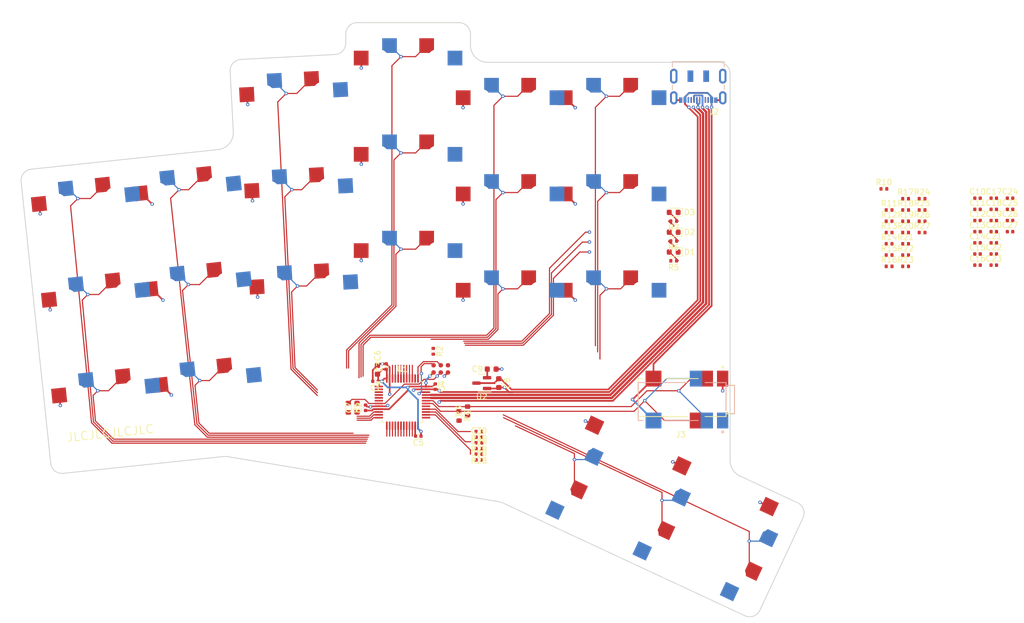
<source format=kicad_pcb>
(kicad_pcb (version 20240108) (generator "pcbnew") (generator_version "8.0")
  (title_block (title "bd0") (rev "v1.0.0") (company "Unknown"))
  (layers (0 "F.Cu" signal) (31 "B.Cu" signal) (34 "B.Paste" user) (35 "F.Paste" user) (36 "B.SilkS" user "B.Silkscreen") (37 "F.SilkS" user "F.Silkscreen") (38 "B.Mask" user) (39 "F.Mask" user) (44 "Edge.Cuts" user))
  (net 0 "")
  (net 1 "/outer_bottom")
  (net 2 "GND")
  (net 3 "/outer_home")
  (net 4 "/outer_top")
  (net 5 "/pinky_bottom")
  (net 6 "/pinky_home")
  (net 7 "/pinky_top")
  (net 8 "/ring_bottom")
  (net 9 "/ring_home")
  (net 10 "/ring_top")
  (net 11 "/middle_bottom")
  (net 12 "/middle_home")
  (net 13 "/middle_top")
  (net 14 "/index_bottom")
  (net 15 "/index_home")
  (net 16 "/index_top")
  (net 17 "/inner_bottom")
  (net 18 "/inner_home")
  (net 19 "/inner_top")
  (net 20 "/near_thumb")
  (net 21 "/home_thumb")
  (net 22 "/far_thumb")
  (net 23 "+3V3")
  (net 24 "+5V")
  (net 25 "/USB_DP")
  (net 26 "/USB_DN")
  (net 27 "/SDA")
  (net 28 "/SCL")
  (net 29 "/SWDIO")
  (net 30 "/RESETn")
  (net 31 "/SWCLK")
  (net 32 "Net-(C10-Pad1)")
  (net 33 "Net-(C11-Pad1)")
  (net 34 "Net-(C12-Pad1)")
  (net 35 "/LED0")
  (net 36 "/LED1")
  (net 37 "/LED2")
  (net 38 "Net-(C13-Pad1)")
  (net 39 "Net-(C14-Pad1)")
  (net 40 "Net-(C15-Pad1)")
  (net 41 "Net-(C16-Pad1)")
  (net 42 "Net-(C17-Pad1)")
  (net 43 "Net-(C18-Pad1)")
  (net 44 "Net-(C19-Pad1)")
  (net 45 "Net-(C20-Pad1)")
  (net 46 "Net-(C21-Pad1)")
  (net 47 "Net-(C22-Pad1)")
  (net 48 "Net-(C23-Pad1)")
  (net 49 "Net-(C24-Pad1)")
  (net 50 "Net-(C25-Pad1)")
  (net 51 "Net-(C26-Pad1)")
  (net 52 "Net-(C27-Pad1)")
  (net 53 "Net-(C28-Pad1)")
  (net 54 "Net-(C29-Pad1)")
  (net 55 "Net-(C30-Pad1)")
  (net 56 "Net-(D1-A)")
  (net 57 "Net-(D2-A)")
  (net 58 "Net-(D3-A)")
  (net 64 "unconnected-(U1-PB13-Pad26)")
  (net 65 "unconnected-(U1-PB6-Pad42)")
  (net 67 "unconnected-(U1-PA7-Pad17)")
  (net 69 "unconnected-(U1-PB10-Pad21)")
  (net 70 "unconnected-(U1-PA6-Pad16)")
  (net 71 "unconnected-(U1-PA1-Pad11)")
  (net 74 "unconnected-(U1-PB15-Pad28)")
  (net 75 "unconnected-(U1-PA4-Pad14)")
  (net 76 "unconnected-(U1-PB14-Pad27)")
  (net 77 "/BOOT")
  (net 79 "unconnected-(U1-PB1-Pad19)")
  (net 81 "unconnected-(U1-PA5-Pad15)")
  (net 82 "unconnected-(U1-PA3-Pad13)")
  (net 83 "unconnected-(U1-PB2-Pad20)")
  (net 84 "unconnected-(U1-PB11-Pad22)")
  (net 86 "unconnected-(U1-PB0-Pad18)")
  (net 87 "unconnected-(U1-PB7-Pad43)")
  (net 88 "unconnected-(U1-PB9-Pad46)")
  (net 89 "unconnected-(U1-PA2-Pad12)")
  (net 90 "unconnected-(U1-PA0-Pad10)")
  (net 92 "unconnected-(U1-PB8-Pad45)")
  (footprint "Connector:Tag-Connect_TC2030-IDC-NL_2x03_P1.27mm_Vertical" (layer "F.Cu") (at 227.77 160.135)
    (property "Reference" "J1")
    (property "Value" "Conn_02x03_Odd_Even")
  )
  (footprint "PG1350" (layer "F.Cu") (at 248 176 -115)
    (property "Reference" "S19" (hide yes))
    (property "Value" "" (hide yes))
  )
  (footprint "Capacitor_SMD:C_0402_1005Metric" (layer "F.Cu") (at 322.47 131.97)
    (property "Reference" "C11")
    (property "Value" "4700p")
  )
  (footprint "PG1350" (layer "F.Cu") (at 169.054911 167.69448 6)
    (property "Reference" "S1" (hide yes))
    (property "Value" "" (hide yes))
  )
  (footprint "Capacitor_SMD:C_0402_1005Metric" (layer "F.Cu") (at 234.5 174.2)
    (property "Reference" "C29")
    (property "Value" "4700p")
  )
  (footprint "PG1350" (layer "F.Cu") (at 183.402337 131.999223 6)
    (property "Reference" "S6" (hide yes))
    (property "Value" "" (hide yes))
  )
  (footprint "Capacitor_SMD:C_0402_1005Metric" (layer "F.Cu") (at 226.8 163.27 -90)
    (property "Reference" "C4")
    (property "Value" "0.1uF")
  )
  (footprint "Resistor_SMD:R_0402_1005Metric" (layer "F.Cu") (at 306.87 136.06)
    (property "Reference" "R13")
    (property "Value" "470")
  )
  (footprint "Capacitor_SMD:C_0402_1005Metric" (layer "F.Cu") (at 234.5 176.2)
    (property "Reference" "C28")
    (property "Value" "4700p")
  )
  (footprint "Capacitor_SMD:C_0402_1005Metric" (layer "F.Cu") (at 328.21 133.94)
    (property "Reference" "C26")
    (property "Value" "4700p")
  )
  (footprint "Resistor_SMD:R_0402_1005Metric" (layer "F.Cu") (at 312.69 134.07)
    (property "Reference" "R26")
    (property "Value" "470")
  )
  (footprint "Capacitor_SMD:C_0402_1005Metric" (layer "F.Cu") (at 322.47 137.88)
    (property "Reference" "C14")
    (property "Value" "4700p")
  )
  (footprint "Capacitor_SMD:C_0402_1005Metric" (layer "F.Cu") (at 325.34 135.91)
    (property "Reference" "C20")
    (property "Value" "4700p")
  )
  (footprint "Capacitor_SMD:C_0402_1005Metric" (layer "F.Cu") (at 214.5 167 90)
    (property "Reference" "C2")
    (property "Value" "0.1uF")
  )
  (footprint "Package_TO_SOT_SMD:SOT-23" (layer "F.Cu") (at 235 162.65 180)
    (property "Reference" "U2")
    (property "Value" "AP2127N-3.3")
  )
  (footprint "PG1350" (layer "F.Cu") (at 202.007611 115.007958 3)
    (property "Reference" "S9" (hide yes))
    (property "Value" "" (hide yes))
  )
  (footprint "PG1350" (layer "F.Cu") (at 240 133)
    (property "Reference" "S14" (hide yes))
    (property "Value" "" (hide yes))
  )
  (footprint "Resistor_SMD:R_0402_1005Metric" (layer "F.Cu") (at 312.69 132.08)
    (property "Reference" "R25")
    (property "Value" "470")
  )
  (footprint "PG1350" (layer "F.Cu") (at 202.897322 131.984661 3)
    (property "Reference" "S8" (hide yes))
    (property "Value" "" (hide yes))
  )
  (footprint "Diode_SMD:D_0603_1608Metric" (layer "F.Cu") (at 268.8625 139.5 180)
    (property "Reference" "D1")
    (property "Value" "LED")
  )
  (footprint "Resistor_SMD:R_0402_1005Metric" (layer "F.Cu") (at 305.95 128.35)
    (property "Reference" "R10")
    (property "Value" "470")
  )
  (footprint "Capacitor_SMD:C_0402_1005Metric" (layer "F.Cu") (at 325.34 139.85)
    (property "Reference" "C22")
    (property "Value" "4700p")
  )
  (footprint "PG1350" (layer "F.Cu") (at 167.277927 150.787608 6)
    (property "Reference" "S2" (hide yes))
    (property "Value" "" (hide yes))
  )
  (footprint "Diode_SMD:D_0603_1608Metric" (layer "F.Cu") (at 268.8625 136 180)
    (property "Reference" "D2")
    (property "Value" "LED")
  )
  (footprint "Resistor_SMD:R_0402_1005Metric" (layer "F.Cu") (at 309.78 130.09)
    (property "Reference" "R17")
    (property "Value" "470")
  )
  (footprint "Capacitor_SMD:C_0402_1005Metric" (layer "F.Cu") (at 322.47 141.82)
    (property "Reference" "C16")
    (property "Value" "4700p")
  )
  (footprint "Capacitor_SMD:C_0402_1005Metric" (layer "F.Cu") (at 218.125 159.725 90)
    (property "Reference" "C3")
    (property "Value" "0.1uF")
  )
  (footprint "PG1350" (layer "F.Cu") (at 263.407232 183.18451 -115)
    (property "Reference" "S20" (hide yes))
    (property "Value" "" (hide yes))
  )
  (footprint "Capacitor_SMD:C_0402_1005Metric" (layer "F.Cu") (at 328.21 131.97)
    (property "Reference" "C25")
    (property "Value" "4700p")
  )
  (footprint "Resistor_SMD:R_0402_1005Metric" (layer "F.Cu") (at 309.78 132.08)
    (property "Reference" "R18")
    (property "Value" "470")
  )
  (footprint "Resistor_SMD:R_0402_1005Metric" (layer "F.Cu") (at 306.87 134.07)
    (property "Reference" "R12")
    (property "Value" "470")
  )
  (footprint "Resistor_SMD:R_0402_1005Metric" (layer "F.Cu") (at 309.78 136.06)
    (property "Reference" "R20")
    (property "Value" "470")
  )
  (footprint "Capacitor_SMD:C_0402_1005Metric" (layer "F.Cu") (at 325.34 130)
    (property "Reference" "C17")
    (property "Value" "4700p")
  )
  (footprint "Conn_CUI_SJ-4351:CUI-SJ-43514-SMT-0" (layer "F.Cu") (at 271.1 165.2 180)
    (property "Reference" "J3")
    (property "Value" "SJ-43514" (hide yes))
  )
  (footprint "Diode_SMD:D_0603_1608Metric" (layer "F.Cu") (at 268.8625 132.5 180)
    (property "Reference" "D3")
    (property "Value" "LED")
  )
  (footprint "Capacitor_SMD:C_0603_1608Metric" (layer "F.Cu") (at 238 162.65 -90)
    (property "Reference" "C8")
    (property "Value" "1uF")
  )
  (footprint "Resistor_SMD:R_0402_1005Metric" (layer "F.Cu") (at 306.87 132.08)
    (property "Reference" "R11")
    (property "Value" "470")
  )
  (footprint "Resistor_SMD:R_0402_1005Metric" (layer "F.Cu") (at 306.87 142.03)
    (property "Reference" "R16")
    (property "Value" "470")
  )
  (footprint "PG1350" (layer "F.Cu") (at 240 150)
    (property "Reference" "S13" (hide yes))
    (property "Value" "" (hide yes))
  )
  (footprint "Capacitor_SMD:C_0402_1005Metric" (layer "F.Cu") (at 322.47 135.91)
    (property "Reference" "C13")
    (property "Value" "4700p")
  )
  (footprint "Capacitor_SMD:C_0402_1005Metric" (layer "F.Cu") (at 216.25 162.325 180)
    (property "Reference" "C1")
    (property "Value" "0.1uF")
  )
  (footprint "Resistor_SMD:R_0402_1005Metric" (layer "F.Cu") (at 268.8625 137.55 180)
    (property "Reference" "R6")
    (property "Value" "470")
  )
  (footprint "Resistor_SMD:R_0402_1005Metric" (layer "F.Cu") (at 226.45 157.025 -90)
    (property "Reference" "R2")
    (property "Value" "1k")
  )
  (footprint "Resistor_SMD:R_0402_1005Metric" (layer "F.Cu") (at 306.87 138.05)
    (property "Reference" "R14")
    (property "Value" "470")
  )
  (footprint "Capacitor_SMD:C_0402_1005Metric" (layer "F.Cu") (at 325.34 133.94)
    (property "Reference" "C19")
    (property "Value" "4700p")
  )
  (footprint "Resistor_SMD:R_0603_1608Metric" (layer "F.Cu") (at 211.45 167 90)
    (property "Reference" "R1")
    (property "Value" "10k")
  )
  (footprint "PG1350" (layer "F.Cu") (at 186.956305 165.812968 6)
    (property "Reference" "S4" (hide yes))
    (property "Value" "" (hide yes))
  )
  (footprint "Capacitor_SMD:C_0402_1005Metric" (layer "F.Cu") (at 325.34 141.82)
    (property "Reference" "C23")
    (property "Value" "4700p")
  )
  (footprint "Resistor_SMD:R_0402_1005Metric" (layer "F.Cu") (at 234.5 175.2 180)
    (property "Reference" "R28")
    (property "Value" "470")
  )
  (footprint "PG1350" (layer "F.Cu") (at 165.500943 133.880736 6)
    (property "Reference" "S3" (hide yes))
    (property "Value" "" (hide yes))
  )
  (footprint "PG1350" (layer "F.Cu") (at 258 150)
    (property "Reference" "S16" (hide yes))
    (property "Value" "" (hide yes))
  )
  (footprint "Resistor_SMD:R_0402_1005Metric" (layer "F.Cu") (at 234.5 173.2 180)
    (property "Reference" "R29")
    (property "Value" "470")
  )
  (footprint "Connector_USB:USB_C_Receptacle_JAE_DX07S016JA1R1500" (layer "F.Cu") (at 273.2 109.6 180)
    (property "Reference" "J2")
    (property "Value" "USB_C_Receptacle_USB2.0")
  )
  (footprint "Capacitor_SMD:C_0402_1005Metric" (layer "F.Cu") (at 325.34 137.88)
    (property "Reference" "C21")
    (property "Value" "4700p")
  )
  (footprint "Capacitor_SMD:C_0402_1005Metric" (layer "F.Cu") (at 328.21 130)
    (property "Reference" "C24")
    (property "Value" "4700p")
  )
  (footprint "Resistor_SMD:R_0402_1005Metric" (layer "F.Cu") (at 309.78 134.07)
    (property "Reference" "R19")
    (property "Value" "470")
  )
  (footprint "PG1350" (layer "F.Cu") (at 278.814465 190.369021 -115)
    (property "Reference" "S21" (hide yes))
    (property "Value" "" (hide yes))
  )
  (footprint "Resistor_SMD:R_0402_1005Metric" (layer "F.Cu") (at 306.87 140.04)
    (property "Reference" "R15")
    (property "Value" "470")
  )
  (footprint "PG1350" (layer "F.Cu") (at 258 116)
    (property "Reference" "S18" (hide yes))
    (property "Value" "" (hide yes))
  )
  (footprint "Resistor_SMD:R_0603_1608Metric" (layer "F.Cu") (at 232.5 167.62 90)
    (property "Reference" "R3")
    (property "Value" "10k")
  )
  (footprint "Resistor_SMD:R_0603_1608Metric" (layer "F.Cu") (at 231 168.45 90)
    (property "Reference" "R4")
    (property "Value" "10k")
  )
  (footprint "PG1350" (layer "F.Cu") (at 203.787033 148.961363 3)
    (property "Reference" "S7" (hide yes))
    (property "Value" "" (hide yes))
  )
  (footprint "Resistor_SMD:R_0402_1005Metric" (layer "F.Cu") (at 268.8625 141.05 180)
    (property "Reference" "R5")
    (property "Value" "470")
  )
  (footprint "PG1350" (layer "F.Cu") (at 240 116)
    (property "Reference" "S15" (hide yes))
    (property "Value" "" (hide yes))
  )
  (footprint "Capacitor_SMD:C_0402_1005Metric" (layer "F.Cu") (at 325.34 131.97)
    (property "Reference" "C18")
    (property "Value" "4700p")
  )
  (footprint "Capacitor_SMD:C_0402_1005Metric" (layer "F.Cu") (at 322.47 139.85)
    (property "Reference" "C15")
    (property "Value" "4700p")
  )
  (footprint "Capacitor_SMD:C_0402_1005Metric" (layer "F.Cu") (at 322.47 133.94)
    (property "Reference" "C12")
    (property "Value" "4700p")
  )
  (footprint "Resistor_SMD:R_0402_1005Metric" (layer "F.Cu") (at 234.5 171.2 180)
    (property "Reference" "R30")
    (property "Value" "470")
  )
  (footprint "Capacitor_SMD:C_0603_1608Metric" (layer "F.Cu") (at 236.75 160.175)
    (property "Reference" "C9")
    (property "Value" "1uF")
  )
  (footprint "Resistor_SMD:R_0402_1005Metric" (layer "F.Cu") (at 309.78 138.05)
    (property "Reference" "R21")
    (property "Value" "470")
  )
  (footprint "Capacitor_SMD:C_0402_1005Metric" (layer "F.Cu") (at 328.21 135.91)
    (property "Reference" "C27")
    (property "Value" "4700p")
  )
  (footprint "PG1350" (layer "F.Cu") (at 222 143)
    (property "Reference" "S10" (hide yes))
    (property "Value" "" (hide yes))
  )
  (footprint "Resistor_SMD:R_0402_1005Metric" (layer "F.Cu") (at 312.69 130.09)
    (property "Reference" "R24")
    (property "Value" "470")
  )
  (footprint "PG1350" (layer "F.Cu") (at 222 109)
    (property "Reference" "S12" (hide yes))
    (property "Value" "" (hide yes))
  )
  (footprint "PG1350" (layer "F.Cu") (at 222 126)
    (property "Reference" "S11" (hide yes))
    (property "Value" "" (hide yes))
  )
  (footprint "Package_QFP:LQFP-48_7x7mm_P0.5mm" (layer "F.Cu") (at 221 166)
    (property "Reference" "U1")
    (property "Value" "STM32L412CBTx")
  )
  (footprint "Capacitor_SMD:C_0603_1608Metric" (layer "F.Cu") (at 213 167 90)
    (property "Reference" "C7")
    (property "Value" "1uF")
  )
  (footprint "Resistor_SMD:R_0402_1005Metric" (layer "F.Cu") (at 309.78 142.03)
    (property "Reference" "R23")
    (property "Value" "470")
  )
  (footprint "Resistor_SMD:R_0402_1005Metric" (layer "F.Cu") (at 268.8625 134.05 180)
    (property "Reference" "R7")
    (property "Value" "470")
  )
  (footprint "PG1350" (layer "F.Cu") (at 185.179321 148.906095 6)
    (property "Reference" "S5" (hide yes))
    (property "Value" "" (hide yes))
  )
  (footprint "Capacitor_SMD:C_0402_1005Metric" (layer "F.Cu") (at 223.8 172 180)
    (property "Reference" "C5")
    (property "Value" "0.1uF")
  )
  (footprint "Resistor_SMD:R_0402_1005Metric" (layer "F.Cu") (at 312.69 136.06)
    (property "Reference" "R27")
    (property "Value" "470")
  )
  (footprint "Capacitor_SMD:C_0603_1608Metric" (layer "F.Cu") (at 216.6 160.3 90)
    (property "Reference" "C6")
    (property "Value" "4.7uF")
  )
  (footprint "PG1350" (layer "F.Cu") (at 258 133)
    (property "Reference" "S17" (hide yes))
    (property "Value" "" (hide yes))
  )
  (footprint "Resistor_SMD:R_0402_1005Metric" (layer "F.Cu") (at 309.78 140.04)
    (property "Reference" "R22")
    (property "Value" "470")
  )
  (footprint "Capacitor_SMD:C_0402_1005Metric" (layer "F.Cu") (at 322.47 130)
    (property "Reference" "C10")
    (property "Value" "4700p")
  )
  (footprint "Capacitor_SMD:C_0402_1005Metric" (layer "F.Cu") (at 234.5 172.2)
    (property "Reference" "C30")
    (property "Value" "4700p")
  )
  (footprint "Connector_USB:USB_C_Receptacle_JAE_DX07S016JA1R1500" (layer "B.Cu") (at 273.2 109.6)
    (property "Reference" "J20" (hide yes))
    (property "Value" "USB_C_Receptacle_USB2.0")
  )
  (footprint "lib:Signature" (layer "B.Cu") (at 213.1 171.9 170.6)
    (property "Reference" "G***" (hide yes))
    (property "Value" "LOGO" (hide yes))
  )
  (footprint "Conn_CUI_SJ-4351:CUI-SJ-43514-SMT-0" (layer "B.Cu") (at 271.1 165.9 180)
    (property "Reference" "J30" (hide yes))
    (property "Value" "SJ-43514" (hide yes))
  )
  (gr_line (start 155.504961 124.876273) (end 188.481156 121.410335) (stroke (width 0.15)) (layer "Edge.Cuts"))
  (gr_line (start 192.496585 105.492687) (end 209.104672 104.622294) (stroke (width 0.15)) (layer "Edge.Cuts"))
  (gr_arc (start 189.397493 175.611472) (mid 189.801129 175.596389) (end 190.203132 175.635665) (stroke (width 0.15)) (layer "Edge.Cuts"))
  (gr_line (start 161.149499 178.580455) (end 189.397493 175.611471) (stroke (width 0.15)) (layer "Edge.Cuts"))
  (gr_line (start 284.073978 202.751973) (end 291.681107 186.438433) (stroke (width 0.15)) (layer "Edge.Cuts"))
  (gr_arc (start 280.54661 179.039576) (mid 279.284291 177.932552) (end 278.814465 176.320653) (stroke (width 0.15)) (layer "Edge.Cuts"))
  (gr_arc (start 153.724974 127.074374) (mid 154.159726 125.606676) (end 155.504961 124.876273) (stroke (width 0.15)) (layer "Edge.Cuts"))
  (gr_arc (start 284.073978 202.751974) (mid 282.945403 203.786122) (end 281.416126 203.719352) (stroke (width 0.15)) (layer "Edge.Cuts"))
  (gr_line (start 213 99) (end 231 99) (stroke (width 0.15)) (layer "Edge.Cuts"))
  (gr_arc (start 161.149499 178.580455) (mid 159.681801 178.145703) (end 158.951398 176.800468) (stroke (width 0.15)) (layer "Edge.Cuts"))
  (gr_arc (start 190.603998 107.594618) (mid 191.114967 106.151685) (end 192.496585 105.492687) (stroke (width 0.15)) (layer "Edge.Cuts"))
  (gr_line (start 278.814465 176.320653) (end 278.814465 108) (stroke (width 0.15)) (layer "Edge.Cuts"))
  (gr_arc (start 231 99) (mid 232.414214 99.585786) (end 233 101) (stroke (width 0.15)) (layer "Edge.Cuts"))
  (gr_line (start 236 106) (end 276.814465 106) (stroke (width 0.15)) (layer "Edge.Cuts"))
  (gr_line (start 280.54661 179.039576) (end 290.713728 183.780581) (stroke (width 0.15)) (layer "Edge.Cuts"))
  (gr_arc (start 236 106) (mid 233.87868 105.12132) (end 233 103) (stroke (width 0.15)) (layer "Edge.Cuts"))
  (gr_arc (start 211 102.625035) (mid 210.450749 104.001744) (end 209.104672 104.622294) (stroke (width 0.15)) (layer "Edge.Cuts"))
  (gr_arc (start 191.163459 118.269761) (mid 190.448788 120.375113) (end 188.481156 121.410335) (stroke (width 0.15)) (layer "Edge.Cuts"))
  (gr_line (start 238.733904 183.816305) (end 281.416126 203.719352) (stroke (width 0.15)) (layer "Edge.Cuts"))
  (gr_line (start 190.203132 175.635665) (end 237.958102 183.575857) (stroke (width 0.15)) (layer "Edge.Cuts"))
  (gr_arc (start 290.713727 183.780581) (mid 291.747876 184.909156) (end 291.681107 186.438433) (stroke (width 0.15)) (layer "Edge.Cuts"))
  (gr_line (start 153.724975 127.074374) (end 158.951398 176.800468) (stroke (width 0.15)) (layer "Edge.Cuts"))
  (gr_arc (start 211 101) (mid 211.585786 99.585786) (end 213 99) (stroke (width 0.15)) (layer "Edge.Cuts"))
  (gr_line (start 190.603998 107.594618) (end 191.163459 118.269761) (stroke (width 0.15)) (layer "Edge.Cuts"))
  (gr_arc (start 276.814465 106) (mid 278.228679 106.585786) (end 278.814465 108) (stroke (width 0.15)) (layer "Edge.Cuts"))
  (gr_line (start 233 103) (end 233 101) (stroke (width 0.15)) (layer "Edge.Cuts"))
  (gr_line (start 211 102.625035) (end 211 101) (stroke (width 0.15)) (layer "Edge.Cuts"))
  (gr_arc (start 237.958102 183.575856) (mid 238.354178 183.669704) (end 238.733904 183.816305) (stroke (width 0.15)) (layer "Edge.Cuts"))
  (gr_text "JLCJLCJLCJLC" (at 169.45 171.5 6) (layer "F.SilkS") (effects (font (size 1.5 1.5))))
  (segment (start 170.04904 172.54904) (end 166.85 169.35) (width 0.2) (layer "F.Cu") (net 1))
  (segment (start 167.25 164) (end 166.425 164.825) (width 0.2) (layer "F.Cu") (net 1))
  (segment (start 214.804744 172.54904) (end 170.04904 172.54904) (width 0.2) (layer "F.Cu") (net 1))
  (segment (start 167.25 164) (end 169.12477 164) (width 0.2) (layer "F.Cu") (net 1))
  (segment (start 169.12477 164) (end 171.690026 161.434744) (width 0.2) (layer "F.Cu") (net 1))
  (segment (start 166.85 169.35) (end 166.425 164.825) (width 0.2) (layer "F.Cu") (net 1))
  (via (at 167.25 164) (size 0.6) (drill 0.3) (layers "F.Cu" "B.Cu") (net 1))
  (segment (start 167.25 164) (end 165.369405 162.119405) (width 0.2) (layer "B.Cu") (net 1))
  (segment (start 165.369405 162.119405) (end 165.175907 162.119405) (width 0.2) (layer "B.Cu") (net 1))
  (segment (start 213.75 122.275) (end 213.725 122.25) (width 0.3) (layer "F.Cu") (net 2))
  (segment (start 275.1 114.4) (end 274.75 114.05) (width 0.3) (layer "F.Cu") (net 2))
  (segment (start 157.1 132.75) (end 156.879293 131.016252) (width 0.3) (layer "F.Cu") (net 2))
  (segment (start 158.85 149.7) (end 158.656277 147.923124) (width 0.3) (layer "F.Cu") (net 2))
  (segment (start 216.8375 166.75) (end 215.475 166.75) (width 0.3) (layer "F.Cu") (net 2))
  (segment (start 218.75 159.87) (end 218.125 159.245) (width 0.3) (layer "F.Cu") (net 2))
  (segment (start 231.7 114) (end 231.7 112.275) (width 0.3) (layer "F.Cu") (net 2))
  (segment (start 273.55 115.26) (end 272.34 114.05) (width 0.3) (layer "F.Cu") (net 2))
  (segment (start 239 163.425) (end 239.8 164.225) (width 0.3) (layer "F.Cu") (net 2))
  (segment (start 273.55 148.171574) (end 273.55 115.26) (width 0.3) (layer "F.Cu") (net 2))
  (segment (start 249.75 146.25) (end 251.5 148) (width 0.3) (layer "F.Cu") (net 2))
  (segment (start 218.125 159.245) (end 217.505 159.245) (width 0.3) (layer "F.Cu") (net 2))
  (segment (start 223.09 163.75) (end 222.95 163.89) (width 0.3) (layer "F.Cu") (net 2))
  (segment (start 239.8 164.225) (end 240.4 164.225) (width 0.3) (layer "F.Cu") (net 2))
  (segment (start 215.475 166.75) (end 215.375 166.85) (width 0.3) (layer "F.Cu") (net 2))
  (segment (start 160.65 166.6) (end 160.433261 164.829996) (width 0.3) (layer "F.Cu") (net 2))
  (segment (start 284.1 183.7) (end 285.710285 184.454143) (width 0.3) (layer "F.Cu") (net 2))
  (segment (start 272.34 114.05) (end 272.34 113.95) (width 0.3) (layer "F.Cu") (net 2))
  (segment (start 213.75 107) (end 213.75 105.275) (width 0.3) (layer "F.Cu") (net 2))
  (segment (start 227.725 165.775) (end 258.138605 165.775) (width 0.3) (layer "F.Cu") (net 2))
  (segment (start 268.0375 134.05) (end 268.0375 134.075) (width 0.3) (layer "F.Cu") (net 2))
  (segment (start 217.505 159.245) (end 217.5 159.25) (width 0.3) (layer "F.Cu") (net 2))
  (segment (start 227.725 164.225) (end 227.5 164) (width 0.3) (layer "F.Cu") (net 2))
  (segment (start 249.725 112.25) (end 249.75 112.25) (width 0.3) (layer "F.Cu") (net 2))
  (segment (start 253.3 169.35) (end 254.89582 170.085122) (width 0.3) (layer "F.Cu") (net 2))
  (segment (start 194.55 130.45) (end 194.437403 128.67288) (width 0.3) (layer "F.Cu") (net 2))
  (segment (start 268.0375 137.55) (end 268.0375 137.625) (width 0.3) (layer "F.Cu") (net 2))
  (segment (start 195.45 147.45) (end 195.327114 145.649582) (width 0.3) (layer "F.Cu") (net 2))
  (segment (start 249.75 129.25) (end 251.5 131) (width 0.3) (layer "F.Cu") (net 2))
  (segment (start 249.75 112.25) (end 251.5 114) (width 0.3) (layer "F.Cu") (net 2))
  (segment (start 240.4 164.225) (end 257.496574 164.225) (width 0.3) (layer "F.Cu") (net 2))
  (segment (start 226.73 163.75) (end 226.8 163.68) (width 0.3) (layer "F.Cu") (net 2))
  (segment (start 223.32 172) (end 223.25 171.93) (width 0.3) (layer "F.Cu") (net 2))
  (segment (start 223.25 171.93) (end 223.25 170.1625) (width 0.3) (layer "F.Cu") (net 2))
  (segment (start 215.375 166.85) (end 214.83 166.85) (width 0.3) (layer "F.Cu") (net 2))
  (segment (start 257.496574 164.225) (end 273.55 148.171574) (width 0.3) (layer "F.Cu") (net 2))
  (segment (start 229.04 160.77) (end 228.405 161.405) (width 0.3) (layer "F.Cu") (net 2))
  (segment (start 268.0375 137.625) (end 268.8625 138.45) (width 0.3) (layer "F.Cu") (net 2))
  (segment (start 218.125 159.245) (end 218.12 159.245) (width 0.3) (layer "F.Cu") (net 2))
  (segment (start 213.75 141) (end 213.75 139.275) (width 0.3) (layer "F.Cu") (net 2))
  (segment (start 178.448484 162.948484) (end 178.334655 162.948484) (width 0.3) (layer "F.Cu") (net 2))
  (segment (start 193.7 113.45) (end 193.547692 111.696177) (width 0.3) (layer "F.Cu") (net 2))
  (segment (start 231.7 146.275) (end 231.725 146.25) (width 0.3) (layer "F.Cu") (net 2))
  (segment (start 276.3 112.69) (end 277.105 112.69) (width 0.3) (layer "F.Cu") (net 2))
  (segment (start 178.75 148) (end 176.791611 146.041611) (width 0.3) (layer "F.Cu") (net 2))
  (segment (start 225.1625 163.75) (end 223.09 163.75) (width 0.3) (layer "F.Cu") (net 2))
  (segment (start 249.725 146.25) (end 249.75 146.25) (width 0.3) (layer "F.Cu") (net 2))
  (segment (start 229.033 160.793) (end 229.02 160.78) (width 0.3) (layer "F.Cu") (net 2))
  (segment (start 218.75 161.8375) (end 218.75 159.87) (width 0.3) (layer "F.Cu") (net 2))
  (segment (start 218.25 166.75) (end 218.4 166.6) (width 0.3) (layer "F.Cu") (net 2))
  (segment (start 240.4 164.225) (end 227.725 164.225) (width 0.3) (layer "F.Cu") (net 2))
  (segment (start 214.83 166.85) (end 214.5 166.52) (width 0.3) (layer "F.Cu") (net 2))
  (segment (start 237.825 163.6) (end 238 163.425) (width 0.3) (layer "F.Cu") (net 2))
  (segment (start 174.934739 129.134739) (end 174.780687 129.134739) (width 0.3) (layer "F.Cu") (net 2))
  (segment (start 237.525 160.175) (end 238.525 160.175) (width 0.3) (layer "F.Cu") (net 2))
  (segment (start 213.75 124) (end 213.75 122.275) (width 0.3) (layer "F.Cu") (net 2))
  (segment (start 218.75 161.8375) (end 218.75 164.6) (width 0.3) (layer "F.Cu") (net 2))
  (segment (start 176.791611 146.041611) (end 176.557671 146.041611) (width 0.3) (layer "F.Cu") (net 2))
  (segment (start 215.77 160.355) (end 216.6 159.525) (width 0.3) (layer "F.Cu") (net 2))
  (segment (start 268.0375 134.075) (end 268.8625 134.9) (width 0.3) (layer "F.Cu") (net 2))
  (segment (start 231.7 148) (end 231.7 146.275) (width 0.3) (layer "F.Cu") (net 2))
  (segment (start 216.6 159.525) (end 216.875 159.25) (width 0.3) (layer "F.Cu") (net 2))
  (segment (start 268.7 176.55) (end 270.303052 177.269632) (width 0.3) (layer "F.Cu") (net 2))
  (segment (start 180.25 164.75) (end 178.448484 162.948484) (width 0.3) (layer "F.Cu") (net 2))
  (segment (start 275.1 148.813604) (end 275.1 114.4) (width 0.3) (layer "F.Cu") (net 2))
  (segment (start 270.1 112.69) (end 269.295 112.69) (width 0.3) (layer "F.Cu") (net 2))
  (segment (start 249.725 129.25) (end 249.75 129.25) (width 0.3) (layer "F.Cu") (net 2))
  (segment (start 239 163.425) (end 238 163.425) (width 0.3) (layer "F.Cu") (net 2))
  (segment (start 231.7 112.275) (end 231.725 112.25) (width 0.3) (layer "F.Cu") (net 2))
  (segment (start 269.295 112.69) (end 268.88 112.275) (width 0.3) (layer "F.Cu") (net 2))
  (segment (start 213.75 139.275) (end 213.725 139.25) (width 0.3) (layer "F.Cu") (net 2))
  (segment (start 274.75 114.05) (end 274.75 113.95) (width 0.3) (layer "F.Cu") (net 2))
  (segment (start 226.8 163.75) (end 227.25 163.75) (width 0.3) (layer "F.Cu") (net 2))
  (segment (start 277.105 112.69) (end 277.52 112.275) (width 0.3) (layer "F.Cu") (net 2))
  (segment (start 227.5 166) (end 227.725 165.775) (width 0.3) (layer "F.Cu") (net 2))
  (segment (start 231.7 131) (end 231.7 129.275) (width 0.3) (layer "F.Cu") (net 2))
  (segment (start 227.25 163.75) (end 227.5 164) (width 0.3) (layer "F.Cu") (net 2))
  (segment (start 176.85 131.05) (end 174.934739 129.134739) (width 0.3) (layer "F.Cu") (net 2))
  (segment (start 216.875 159.25) (end 217.5 159.25) (width 0.3) (layer "F.Cu") (net 2))
  (segment (start 235.9375 163.6) (end 237.825 163.6) (width 0.3) (layer "F.Cu") (net 2))
  (segment (start 277.5 161.850001) (end 277.5 164) (width 0.3) (layer "F.Cu") (net 2))
  (segment (start 213.75 105.275) (end 213.725 105.25) (width 0.3) (layer "F.Cu") (net 2))
  (segment (start 258.138605 165.775) (end 275.1 148.813604) (width 0.3) (layer "F.Cu") (net 2))
  (segment (start 215.77 162.325) (end 215.77 160.355) (width 0.3) (layer "F.Cu") (net 2))
  (segment (start 231.7 129.275) (end 231.725 129.25) (width 0.3) (layer "F.Cu") (net 2))
  (segment (start 216.8375 166.75) (end 218.25 166.75) (width 0.3) (layer "F.Cu") (net 2))
  (segment (start 225.1625 163.75) (end 226.8 163.75) (width 0.3) (layer "F.Cu") (net 2))
  (via (at 178.75 148) (size 0.6) (drill 0.3) (layers "F.Cu" "B.Cu") (net 2))
  (via (at 213.75 124) (size 0.6) (drill 0.3) (layers "F.Cu" "B.Cu") (net 2))
  (via (at 194.55 130.45) (size 0.6) (drill 0.3) (layers "F.Cu" "B.Cu") (net 2))
  (via (at 227.5 164) (size 0.6) (drill 0.3) (layers "F.Cu" "B.Cu") (net 2))
  (via (at 274.75 113.95) (size 0.6) (drill 0.3) (layers "F.Cu" "B.Cu") (net 2))
  (via (at 251.5 114) (size 0.6) (drill 0.3) (layers "F.Cu" "B.Cu") (net 2))
  (via (at 158.85 149.7) (size 0.6) (drill 0.3) (layers "F.Cu" "B.Cu") (net 2))
  (via (at 238.525 160.175) (size 0.6) (drill 0.3) (layers "F.Cu" "B.Cu") (net 2))
  (via (at 277.5 164) (size 0.6) (drill 0.3) (layers "F.Cu" "B.Cu") (net 2))
  (via (at 217.45 159.25) (size 0.6) (drill 0.3) (layers "F.Cu" "B.Cu") (net 2))
  (via (at 284.1 183.7) (size 0.6) (drill 0.3) (layers "F.Cu" "B.Cu") (net 2))
  (via (at 160.65 166.6) (size 0.6) (drill 0.3) (layers "F.Cu" "B.Cu") (net 2))
  (via (at 272.34 113.95) (size 0.6) (drill 0.3) (layers "F.Cu" "B.Cu") (net 2))
  (via (at 231.7 114) (size 0.6) (drill 0.3) (layers "F.Cu" "B.Cu") (net 2))
  (via (at 227.5 166) (size 0.6) (drill 0.3) (layers "F.Cu" "B.Cu") (net 2))
  (via (at 193.7 113.45) (size 0.6) (drill 0.3) (layers "F.Cu" "B.Cu") (net 2))
  (via (at 228.405 161.405) (size 0.6) (drill 0.3) (layers "F.Cu" "B.Cu") (net 2))
  (via (at 268.7 176.55) (size 0.6) (drill 0.3) (layers "F.Cu" "B.Cu") (net 2))
  (via (at 213.75 141) (size 0.6) (drill 0.3) (layers "F.Cu" "B.Cu") (net 2))
  (via (at 218.4 166.6) (size 0.6) (drill 0.3) (layers "F.Cu" "B.Cu") (net 2))
  (via (at 251.5 131) (size 0.6) (drill 0.3) (layers "F.Cu" "B.Cu") (net 2))
  (via (at 176.85 131.05) (size 0.6) (drill 0.3) (layers "F.Cu" "B.Cu") (net 2))
  (via (at 253.3 169.35) (size 0.6) (drill 0.3) (layers "F.Cu" "B.Cu") (net 2))
  (via (at 180.25 164.75) (size 0.6) (drill 0.3) (layers "F.Cu" "B.Cu") (net 2))
  (via (at 239 163.425) (size 0.6) (drill 0.3) (layers "F.Cu" "B.Cu") (net 2))
  (via (at 231.7 148) (size 0.6) (drill 0.3) (layers "F.Cu" "B.Cu") (net 2))
  (via (at 251.5 148) (size 0.6) (drill 0.3) (layers "F.Cu" "B.Cu") (net 2))
  (via (at 215.375 166.85) (size 0.6) (drill 0.3) (layers "F.Cu" "B.Cu") (net 2))
  (via (at 213.75 107) (size 0.6) (drill 0.3) (layers "F.Cu" "B.Cu") (net 2))
  (via (at 218.75 164.6) (size 0.6) (drill 0.3) (layers "F.Cu" "B.Cu") (net 2))
  (via (at 231.7 131) (size 0.6) (drill 0.3) (layers "F.Cu" "B.Cu") (net 2))
  (via (at 157.1 132.75) (size 0.6) (drill 0.3) (layers "F.Cu" "B.Cu") (net 2))
  (via (at 195.45 147.45) (size 0.6) (drill 0.3) (layers "F.Cu" "B.Cu") (net 2))
  (via (at 222.95 163.89) (size 0.6) (drill 0.3) (layers "F.Cu" "B.Cu") (net 2))
  (segment (start 165.5 147) (end 164.52027 147.97973) (width 0.2) (layer "F.Cu") (net 3))
  (segment (start 164.52027 147.97973) (end 164.52027 148.02027) (width 0.2) (layer "F.Cu") (net 3))
  (segment (start 169.9 172.9) (end 169.4 172.4) (width 0.2) (layer "F.Cu") (net 3))
  (segment (start 214.661408 172.9) (end 169.9 172.9) (width 0.2) (layer "F.Cu") (net 3))
  (segment (start 167.440914 147) (end 169.913042 144.527872) (width 0.2) (layer "F.Cu") (net 3))
  (segment (start 169.4 172.4) (end 169.394296 172.4) (width 0.2) (layer "F.Cu") (net 3))
  (segment (start 165.5 147) (end 167.440914 147) (width 0.2) (layer "F.Cu") (net 3))
  (segment (start 166.497148 169.502852) (end 164.52027 148.02027) (width 0.2) (layer "F.Cu") (net 3))
  (segment (start 169.394296 172.4) (end 166.497148 169.502852) (width 0.2) (layer "F.Cu") (net 3))
  (via (at 165.5 147) (size 0.6) (drill 0.3) (layers "F.Cu" "B.Cu") (net 3))
  (segment (start 163.712533 145.212533) (end 163.398923 145.212533) (width 0.2) (layer "B.Cu") (net 3))
  (segment (start 165.5 147) (end 163.712533 145.212533) (width 0.2) (layer "B.Cu") (net 3))
  (segment (start 166.15 169.65) (end 162.45 131.35) (width 0.2) (layer "F.Cu") (net 4))
  (segment (start 169.95 173.25) (end 169.75 173.25) (width 0.2) (layer "F.Cu") (net 4))
  (segment (start 163.75 130.05) (end 162.45 131.35) (width 0.2) (layer "F.Cu") (net 4))
  (segment (start 214.516632 173.24952) (end 169.95048 173.24952) (width 0.2) (layer "F.Cu") (net 4))
  (segment (start 165.95 130.05) (end 168.136058 127.863942) (width 0.2) (layer "F.Cu") (net 4))
  (segment (start 168.136058 127.863942) (end 168.136058 127.621) (width 0.2) (layer "F.Cu") (net 4))
  (segment (start 169.75 173.25) (end 166.15 169.65) (width 0.2) (layer "F.Cu") (net 4))
  (segment (start 169.95048 173.24952) (end 169.95 173.25) (width 0.2) (layer "F.Cu") (net 4))
  (segment (start 163.75 130.05) (end 165.95 130.05) (width 0.2) (layer "F.Cu") (net 4))
  (via (at 163.75 130.05) (size 0.6) (drill 0.3) (layers "F.Cu" "B.Cu") (net 4))
  (segment (start 163.75 130.05) (end 162.005661 128.305661) (width 0.2) (layer "B.Cu") (net 4))
  (segment (start 162.005661 128.305661) (end 161.621939 128.305661) (width 0.2) (layer "B.Cu") (net 4))
  (segment (start 184.4 163.05) (end 185.25 162.2) (width 0.2) (layer "F.Cu") (net 5))
  (segment (start 186.90048 171.50048) (end 185.1 169.7) (width 0.2) (layer "F.Cu") (net 5))
  (segment (start 185.1 169.7) (end 184.4 163.05) (width 0.2) (layer "F.Cu") (net 5))
  (segment (start 185.25 162.2) (end 186.944652 162.2) (width 0.2) (layer "F.Cu") (net 5))
  (segment (start 186.944652 162.2) (end 189.59142 159.553232) (width 0.2) (layer "F.Cu") (net 5))
  (segment (start 212.3 171.50048) (end 186.90048 171.50048) (width 0.2) (layer "F.Cu") (net 5))
  (via (at 185.25 162.2) (size 0.6) (drill 0.3) (layers "F.Cu" "B.Cu") (net 5))
  (segment (start 183.287893 160.237893) (end 183.077301 160.237893) (width 0.2) (layer "B.Cu") (net 5))
  (segment (start 185.25 162.2) (end 183.287893 160.237893) (width 0.2) (layer "B.Cu") (net 5))
  (segment (start 185.210795 145.25) (end 187.814436 142.646359) (width 0.2) (layer "F.Cu") (net 6))
  (segment (start 184.755704 169.875) (end 184.75 169.875) (width 0.2) (layer "F.Cu") (net 6))
  (segment (start 182.2 146.3) (end 183.25 145.25) (width 0.2) (layer "F.Cu") (net 6))
  (segment (start 184.75 169.875) (end 182.2 146.3) (width 0.2) (layer "F.Cu") (net 6))
  (segment (start 186.730704 171.85) (end 184.755704 169.875) (width 0.2) (layer "F.Cu") (net 6))
  (segment (start 215.1 171.85) (end 186.730704 171.85) (width 0.2) (layer "F.Cu") (net 6))
  (segment (start 183.25 145.25) (end 185.210795 145.25) (width 0.2) (layer "F.Cu") (net 6))
  (via (at 183.25 145.25) (size 0.6) (drill 0.3) (layers "F.Cu" "B.Cu") (net 6))
  (segment (start 183.25 145.25) (end 181.33102 143.33102) (width 0.2) (layer "B.Cu") (net 6))
  (segment (start 181.33102 143.33102) (end 181.300317 143.33102) (width 0.2) (layer "B.Cu") (net 6))
  (segment (start 186.57452 172.19952) (end 184.375 170) (width 0.2) (layer "F.Cu") (net 7))
  (segment (start 181.6 128.5) (end 183.276939 128.5) (width 0.2) (layer "F.Cu") (net 7))
  (segment (start 181.6 128.5) (end 180.1 130) (width 0.2) (layer "F.Cu") (net 7))
  (segment (start 214.94952 172.19952) (end 186.57452 172.19952) (width 0.2) (layer "F.Cu") (net 7))
  (segment (start 184.375 170) (end 180.1 130) (width 0.2) (layer "F.Cu") (net 7))
  (segment (start 183.276939 128.5) (end 186.037452 125.739487) (width 0.2) (layer "F.Cu") (net 7))
  (via (at 181.6 128.5) (size 0.6) (drill 0.3) (layers "F.Cu" "B.Cu") (net 7))
  (segment (start 181.6 128.5) (end 181.599185 128.5) (width 0.2) (layer "B.Cu") (net 7))
  (segment (start 181.599185 128.5) (end 179.523333 126.424148) (width 0.2) (layer "B.Cu") (net 7))
  (segment (start 206 163.85) (end 202.05 159.9) (width 0.2) (layer "F.Cu") (net 8))
  (segment (start 202.5 145.5) (end 201.454688 146.545312) (width 0.2) (layer "F.Cu") (net 8))
  (segment (start 202.5 145.5) (end 204.094263 145.5) (width 0.2) (layer "F.Cu") (net 8))
  (segment (start 202.05 159.9) (end 201.45 146.55) (width 0.2) (layer "F.Cu") (net 8))
  (segment (start 204.094263 145.5) (end 206.746146 142.848117) (width 0.2) (layer "F.Cu") (net 8))
  (via (at 202.5 145.5) (size 0.6) (drill 0.3) (layers "F.Cu" "B.Cu") (net 8))
  (segment (start 200.205122 143.205122) (end 200.205122 143.190918) (width 0.2) (layer "B.Cu") (net 8))
  (segment (start 202.5 145.5) (end 200.205122 143.205122) (width 0.2) (layer "B.Cu") (net 8))
  (segment (start 201.5 128.5) (end 203.22785 128.5) (width 0.2) (layer "F.Cu") (net 9))
  (segment (start 206 164.35) (end 201.702852 160.052852) (width 0.2) (layer "F.Cu") (net 9))
  (segment (start 200.25 129.75) (end 201.5 128.5) (width 0.2) (layer "F.Cu") (net 9))
  (segment (start 203.22785 128.5) (end 205.856435 125.871415) (width 0.2) (layer "F.Cu") (net 9))
  (segment (start 201.7 160.052852) (end 200.25 129.75) (width 0.2) (layer "F.Cu") (net 9))
  (via (at 201.5 128.5) (size 0.6) (drill 0.3) (layers "F.Cu" "B.Cu") (net 9))
  (segment (start 201.5 128.5) (end 199.315411 126.315411) (width 0.2) (layer "B.Cu") (net 9))
  (segment (start 199.315411 126.315411) (end 199.315411 126.214216) (width 0.2) (layer "B.Cu") (net 9))
  (segment (start 206 164.85) (end 201.35 160.2) (width 0.2) (layer "F.Cu") (net 10))
  (segment (start 200.5 111.5) (end 202.361436 111.5) (width 0.2) (layer "F.Cu") (net 10))
  (segment (start 202.361436 111.5) (end 204.966724 108.894712) (width 0.2) (layer "F.Cu") (net 10))
  (segment (start 199 113) (end 200.5 111.5) (width 0.2) (layer "F.Cu") (net 10))
  (segment (start 201.35 160.2) (end 199 113) (width 0.2) (layer "F.Cu") (net 10))
  (via (at 200.5 111.5) (size 0.6) (drill 0.3) (layers "F.Cu" "B.Cu") (net 10))
  (segment (start 200.5 111.5) (end 198.4257 109.4257) (width 0.2) (layer "B.Cu") (net 10))
  (segment (start 198.4257 109.4257) (end 198.4257 109.237513) (width 0.2) (layer "B.Cu") (net 10))
  (segment (start 220.75 139) (end 223.325 139) (width 0.2) (layer "F.Cu") (net 11))
  (segment (start 220.75 139) (end 219.85 139.9) (width 0.2) (layer "F.Cu") (net 11))
  (segment (start 219.85 139.9) (end 219.85 149.1) (width 0.2) (layer "F.Cu") (net 11))
  (segment (start 223.325 139) (end 225.275 137.05) (width 0.2) (layer "F.Cu") (net 11))
  (segment (start 213.35 155.6) (end 213.35 161.70673) (width 0.2) (layer "F.Cu") (net 11))
  (segment (start 219.85 149.1) (end 213.35 155.6) (width 0.2) (layer "F.Cu") (net 11))
  (via (at 220.75 139) (size 0.6) (drill 0.3) (layers "F.Cu" "B.Cu") (net 11))
  (segment (start 220.75 139) (end 218.8 137.05) (width 0.2) (layer "B.Cu") (net 11))
  (segment (start 218.8 137.05) (end 218.725 137.05) (width 0.2) (layer "B.Cu") (net 11))
  (segment (start 211.5 156.95) (end 211.5 160) (width 0.2) (layer "F.Cu") (net 12))
  (segment (start 219.50048 148.94952) (end 211.5 156.95) (width 0.2) (layer "F.Cu") (net 12))
  (segment (start 220.75 122) (end 219.50048 123.24952) (width 0.2) (layer "F.Cu") (net 12))
  (segment (start 219.50048 123.24952) (end 219.50048 148.94952) (width 0.2) (layer "F.Cu") (net 12))
  (segment (start 223.325 122) (end 225.275 120.05) (width 0.2) (layer "F.Cu") (net 12))
  (segment (start 220.75 122) (end 223.325 122) (width 0.2) (layer "F.Cu") (net 12))
  (via (at 220.75 122) (size 0.6) (drill 0.3) (layers "F.Cu" "B.Cu") (net 12))
  (segment (start 218.8 120.05) (end 218.725 120.05) (width 0.2) (layer "B.Cu") (net 12))
  (segment (start 220.75 122) (end 218.8 120.05) (width 0.2) (layer "B.Cu") (net 12))
  (segment (start 223.325 105) (end 225.275 103.05) (width 0.2) (layer "F.Cu") (net 13))
  (segment (start 219.15096 148.79904) (end 219.15096 106.59904) (width 0.2) (layer "F.Cu") (net 13))
  (segment (start 220.75 105) (end 223.325 105) (width 0.2) (layer "F.Cu") (net 13))
  (segment (start 211.15 156.8) (end 219.15096 148.79904) (width 0.2) (layer "F.Cu") (net 13))
  (segment (start 219.15096 106.59904) (end 220.75 105) (width 0.2) (layer "F.Cu") (net 13))
  (segment (start 211.15 160) (end 211.15 156.8) (width 0.2) (layer "F.Cu") (net 13))
  (via (at 220.75 105) (size 0.6) (drill 0.3) (layers "F.Cu" "B.Cu") (net 13))
  (segment (start 220.75 105) (end 218.8 103.05) (width 0.2) (layer "B.Cu") (net 13))
  (segment (start 218.8 103.05) (end 218.725 103.05) (width 0.2) (layer "B.Cu") (net 13))
  (segment (start 237.85 153.2) (end 236.150479 154.89952) (width 0.2) (layer "F.Cu") (net 14))
  (segment (start 241.325 146) (end 243.275 144.05) (width 0.2) (layer "F.Cu") (net 14))
  (segment (start 238.75 146) (end 241.325 146) (width 0.2) (layer "F.Cu") (net 14))
  (segment (start 236.150479 154.89952) (end 226.05048 154.89952) (width 0.2) (layer "F.Cu") (net 14))
  (segment (start 237.85 146.9) (end 237.85 153.2) (width 0.2) (layer "F.Cu") (net 14))
  (segment (start 238.75 146) (end 237.85 146.9) (width 0.2) (layer "F.Cu") (net 14))
  (via (at 238.75 146) (size 0.6) (drill 0.3) (layers "F.Cu" "B.Cu") (net 14))
  (segment (start 236.8 144.05) (end 236.725 144.05) (width 0.2) (layer "B.Cu") (net 14))
  (segment (start 238.75 146) (end 236.8 144.05) (width 0.2) (layer "B.Cu") (net 14))
  (segment (start 236.005704 154.55) (end 215.45 154.55) (width 0.2) (layer "F.Cu") (net 15))
  (segment (start 241.325 129) (end 243.275 127.05) (width 0.2) (layer "F.Cu") (net 15))
  (segment (start 214.056179 155.943821) (end 214.056179 161.424317) (width 0.2) (layer "F.Cu") (net 15))
  (segment (start 237.5 130.25) (end 237.5 153.055704) (width 0.2) (layer "F.Cu") (net 15))
  (segment (start 215.45 154.55) (end 214.056179 155.943821) (width 0.2) (layer "F.Cu") (net 15))
  (segment (start 237.5 153.055704) (end 236.005704 154.55) (width 0.2) (layer "F.Cu") (net 15))
  (segment (start 238.75 129) (end 241.325 129) (width 0.2) (layer "F.Cu") (net 15))
  (segment (start 238.75 129) (end 237.5 130.25) (width 0.2) (layer "F.Cu") (net 15))
  (via (at 238.75 129) (size 0.6) (drill 0.3) (layers "F.Cu" "B.Cu") (net 15))
  (segment (start 238.675 129) (end 236.725 127.05) (width 0.2) (layer "B.Cu") (net 15))
  (segment (start 238.75 129) (end 238.675 129) (width 0.2) (layer "B.Cu") (net 15))
  (segment (start 238.75 112) (end 237.15 113.6) (width 0.2) (layer "F.Cu") (net 16))
  (segment (start 241.325 112) (end 243.275 110.05) (width 0.2) (layer "F.Cu") (net 16))
  (segment (start 235.861408 154.2) (end 215.3 154.2) (width 0.2) (layer "F.Cu") (net 16))
  (segment (start 237.15 152.911408) (end 235.861408 154.2) (width 0.2) (layer "F.Cu") (net 16))
  (segment (start 215.3 154.2) (end 213.7 155.8) (width 0.2) (layer "F.Cu") (net 16))
  (segment (start 237.15 113.6) (end 237.15 152.911408) (width 0.2) (layer "F.Cu") (net 16))
  (segment (start 238.75 112) (end 241.325 112) (width 0.2) (layer "F.Cu") (net 16))
  (segment (start 213.7 155.8) (end 213.7 161.562434) (width 0.2) (layer "F.Cu") (net 16))
  (via (at 238.75 112) (size 0.6) (drill 0.3) (layers "F.Cu" "B.Cu") (net 16))
  (segment (start 238.675 112) (end 236.725 110.05) (width 0.2) (layer "B.Cu") (net 16))
  (segment (start 238.75 112) (end 238.675 112) (width 0.2) (layer "B.Cu") (net 16))
  (segment (start 261.275 144.225) (end 261.275 144.05) (width 0.2) (layer "F.Cu") (net 17))
  (segment (start 259.5 146) (end 261.275 144.225) (width 0.2) (layer "F.Cu") (net 17))
  (segment (start 255.852979 147.147021) (end 257 146) (width 0.2) (layer "F.Cu") (net 17))
  (segment (start 257 146) (end 259.5 146) (width 0.2) (layer "F.Cu") (net 17))
  (segment (start 255.852979 158.397021) (end 255.852979 147.147021) (width 0.2) (layer "F.Cu") (net 17))
  (via (at 257 146) (size 0.6) (drill 0.3) (layers "F.Cu" "B.Cu") (net 17))
  (segment (start 257 146) (end 255.05 144.05) (width 0.2) (layer "B.Cu") (net 17))
  (segment (start 255.05 144.05) (end 254.725 144.05) (width 0.2) (layer "B.Cu") (net 17))
  (segment (start 257 129) (end 259.325 129) (width 0.2) (layer "F.Cu") (net 18))
  (segment (start 255.45 130.55) (end 255.45 157.15) (width 0.2) (layer "F.Cu") (net 18))
  (segment (start 257 129) (end 255.45 130.55) (width 0.2) (layer "F.Cu") (net 18))
  (segment (start 259.325 129) (end 261.275 127.05) (width 0.2) (layer "F.Cu") (net 18))
  (via (at 257 129) (size 0.6) (drill 0.3) (layers "F.Cu" "B.Cu") (net 18))
  (segment (start 257 129) (end 255.05 127.05) (width 0.2) (layer "B.Cu") (net 18))
  (segment (start 255.05 127.05) (end 254.725 127.05) (width 0.2) (layer "B.Cu") (net 18))
  (segment (start 259.325 112) (end 261.275 110.05) (width 0.2) (layer "F.Cu") (net 19))
  (segment (start 257 112) (end 259.325 112) (width 0.2) (layer "F.Cu") (net 19))
  (segment (start 255.05 156.05) (end 255.05 113.95) (width 0.2) (layer "F.Cu") (net 19))
  (segment (start 255.05 113.95) (end 257 112) (width 0.2) (layer "F.Cu") (net 19))
  (via (at 257 112) (size 0.6) (drill 0.3) (layers "F.Cu" "B.Cu") (net 19))
  (segment (start 257 112) (end 255.05 110.05) (width 0.2) (layer "B.Cu") (net 19))
  (segment (start 255.05 110.05) (end 254.725 110.05) (width 0.2) (layer "B.Cu") (net 19))
  (segment (start 251.35 175.1) (end 240.95 170.2) (width 0.2) (layer "F.Cu") (net 20))
  (segment (start 251.35 176.15) (end 251.35 180.82428) (width 0.2) (layer "F.Cu") (net 20))
  (segment (start 251.35 176.15) (end 251.35 175.1) (width 0.2) (layer "F.Cu") (net 20))
  (segment (start 251.35 180.82428) (end 252.008457 181.482737) (width 0.2) (layer "F.Cu") (net 20))
  (via (at 251.35 176.15) (size 0.6) (drill 0.3) (layers "F.Cu" "B.Cu") (net 20))
  (segment (start 254.173027 176.15) (end 254.776606 175.546421) (width 0.2) (layer "B.Cu") (net 20))
  (segment (start 251.35 176.15) (end 254.173027 176.15) (width 0.2) (layer "B.Cu") (net 20))
  (segment (start 266.8 188.051558) (end 267.415689 188.667247) (width 0.2) (layer "F.Cu") (net 21))
  (segment (start 266.8 183.35) (end 266.8 188.051558) (width 0.2) (layer "F.Cu") (net 21))
  (segment (start 266.8 183.35) (end 266.8 181.95) (width 0.2) (layer "F.Cu") (net 21))
  (segment (start 266.8 181.95) (end 238.85 168.75) (width 0.2) (layer "F.Cu") (net 21))
  (via (at 266.8 183.35) (size 0.6) (drill 0.3) (layers "F.Cu" "B.Cu") (net 21))
  (segment (start 266.8 183.35) (end 269.564769 183.35) (width 0.2) (layer "B.Cu") (net 21))
  (segment (start 269.564769 183.35) (end 270.183838 182.730931) (width 0.2) (layer "B.Cu") (net 21))
  (segment (start 282.2 188.85) (end 238.8 168.25) (width 0.2) (layer "F.Cu") (net 22))
  (segment (start 282.2 190.55) (end 282.2 195.228836) (width 0.2) (layer "F.Cu") (net 22))
  (segment (start 282.2 195.228836) (end 282.822922 195.851758) (width 0.2) (layer "F.Cu") (net 22))
  (segment (start 282.2 190.55) (end 282.2 188.85) (width 0.2) (layer "F.Cu") (net 22))
  (via (at 282.2 190.55) (size 0.6) (drill 0.3) (layers "F.Cu" "B.Cu") (net 22))
  (segment (start 284.956513 190.55) (end 285.591071 189.915442) (width 0.2) (layer "B.Cu") (net 22))
  (segment (start 282.2 190.55) (end 284.956513 190.55) (width 0.2) (layer "B.Cu") (net 22))
  (segment (start 224.28 171.2) (end 223.75 170.67) (width 0.3) (layer "F.Cu") (net 23))
  (segment (start 218.125 160.205) (end 218.25 160.33) (width 0.3) (layer "F.Cu") (net 23))
  (segment (start 218.25 160.33) (end 218.25 161.8375) (width 0.3) (layer "F.Cu") (net 23))
  (segment (start 214.503 167.483) (end 215.637198 167.483) (width 0.3) (layer "F.Cu") (net 23))
  (segment (start 226.8 162.79) (end 226.34 163.25) (width 0.3) (layer "F.Cu") (net 23))
  (segment (start 226.5 160.77) (end 226.5 160.775) (width 0.3) (layer "F.Cu") (net 23))
  (segment (start 225.1625 163.25) (end 222.11 163.25) (width 0.3) (layer "F.Cu") (net 23))
  (segment (start 215.870198 167.25) (end 216.8375 167.25) (width 0.3) (layer "F.Cu") (net 23))
  (segment (start 214.5 167.48) (end 214.503 167.483) (width 0.3) (layer "F.Cu") (net 23))
  (segment (start 235.975 160.175) (end 235.975 161.6625) (width 0.3) (layer "F.Cu") (net 23))
  (segment (start 225.16 162.61) (end 225.16 163.2475) (width 0.3) (layer "F.Cu") (net 23))
  (segment (start 221.95 163.945198) (end 218.645198 167.25) (width 0.3) (layer "F.Cu") (net 23))
  (segment (start 217.35 162.325) (end 217.8375 161.8375) (width 0.3) (layer "F.Cu") (net 23))
  (segment (start 215.637198 167.483) (end 215.870198 167.25) (width 0.3) (layer "F.Cu") (net 23))
  (segment (start 221.95 163.41) (end 221.95 163.945198) (width 0.3) (layer "F.Cu") (net 23))
  (segment (start 222.11 163.25) (end 221.95 163.41) (width 0.3) (layer "F.Cu") (net 23))
  (segment (start 217.47 160.205) (end 218.125 160.205) (width 0.3) (layer "F.Cu") (net 23))
  (segment (start 235.975 161.6625) (end 235.9375 161.7) (width 0.3) (layer "F.Cu") (net 23))
  (segment (start 216.8375 162.4325) (end 216.73 162.325) (width 0.3) (layer "F.Cu") (net 23))
  (segment (start 216.73 162.325) (end 216.73 161.205) (width 0.3) (layer "F.Cu") (net 23))
  (segment (start 217.35 162.325) (end 216.73 162.325) (width 0.3) (layer "F.Cu") (net 23))
  (segment (start 216.73 161.205) (end 216.6 161.075) (width 0.3) (layer "F.Cu") (net 23))
  (segment (start 216.8375 163.25) (end 216.8375 162.4325) (width 0.3) (layer "F.Cu") (net 23))
  (segment (start 224.28 171.2) (end 224.28 172) (width 0.3) (layer "F.Cu") (net 23))
  (segment (start 226.34 163.25) (end 225.1625 163.25) (width 0.3) (layer "F.Cu") (net 23))
  (segment (start 223.75 170.67) (end 223.75 170.1625) (width 0.3) (layer "F.Cu") (net 23))
  (segment (start 226.5 160.77) (end 225.865 161.405) (width 0.3) (layer "F.Cu") (net 23))
  (segment (start 225.16 163.2475) (end 225.1625 163.25) (width 0.3) (layer "F.Cu") (net 23))
  (segment (start 218.645198 167.25) (end 216.8375 167.25) (width 0.3) (layer "F.Cu") (net 23))
  (segment (start 217.8375 161.8375) (end 218.25 161.8375) (width 0.3) (layer "F.Cu") (net 23))
  (segment (start 216.6 161.075) (end 217.47 160.205) (width 0.3) (layer "F.Cu") (net 23))
  (via (at 217.35 162.325) (size 0.6) (drill 0.3) (layers "F.Cu" "B.Cu") (net 23))
  (via (at 225.16 162.61) (size 0.6) (drill 0.3) (layers "F.Cu" "B.Cu") (net 23))
  (via (at 225.865 161.405) (size 0.6) (drill 0.3) (layers "F.Cu" "B.Cu") (net 23))
  (via (at 224.28 171.2) (size 0.6) (drill 0.3) (layers "F.Cu" "B.Cu") (net 23))
  (via (at 221.95 163.41) (size 0.6) (drill 0.3) (layers "F.Cu" "B.Cu") (net 23))
  (segment (start 225.16 162.11) (end 225.16 162.61) (width 0.3) (layer "B.Cu") (net 23))
  (segment (start 224.16 171.2) (end 224.28 171.2) (width 0.3) (layer "B.Cu") (net 23))
  (segment (start 217.35 162.35) (end 217.35 162.325) (width 0.3) (layer "B.Cu") (net 23))
  (segment (start 223.75 170.67) (end 223.75 165.6) (width 0.3) (layer "B.Cu") (net 23))
  (segment (start 218.41 163.41) (end 217.35 162.35) (width 0.3) (layer "B.Cu") (net 23))
  (segment (start 221.95 163.8) (end 221.95 163.41) (width 0.3) (layer "B.Cu") (net 23))
  (segment (start 225.865 161.405) (end 225.16 162.11) (width 0.3) (layer "B.Cu") (net 23))
  (segment (start 218.41 163.41) (end 221.95 163.41) (width 0.3) (layer "B.Cu") (net 23))
  (segment (start 224.28 171.2) (end 223.75 170.67) (width 0.3) (layer "B.Cu") (net 23))
  (segment (start 223.75 165.6) (end 221.95 163.8) (width 0.3) (layer "B.Cu") (net 23))
  (segment (start 270.85 113.36) (end 273.1 115.61) (width 0.3) (layer "F.Cu") (net 24))
  (segment (start 275.55 113.95) (end 275.55 149) (width 0.3) (layer "F.Cu") (net 24))
  (segment (start 275.55 149) (end 265.3 159.25) (width 0.3) (layer "F.Cu") (net 24))
  (segment (start 270.85 112.65) (end 270.85 112.13165) (width 0.3) (layer "F.Cu") (net 24))
  (segment (start 238.345198 161.875) (end 238 161.875) (width 0.3) (layer "F.Cu") (net 24))
  (segment (start 273.1 147.985178) (end 257.310178 163.775) (width 0.3) (layer "F.Cu") (net 24))
  (segment (start 234.0625 162.65) (end 237.225 162.65) (width 0.3) (layer "F.Cu") (net 24))
  (segment (start 270.85 112.65) (end 270.85 113.36) (width 0.3) (layer "F.Cu") (net 24))
  (segment (start 271.57165 111.41) (end 274.84335 111.41) (width 0.3) (layer "F.Cu") (net 24))
  (segment (start 274.84335 111.41) (end 275.55 112.11665) (width 0.3) (layer "F.Cu") (net 24))
  (segment (start 273.1 115.61) (end 273.1 147.985178) (width 0.3) (layer "F.Cu") (net 24))
  (segment (start 270.85 112.13165) (end 271.57165 111.41) (width 0.3) (layer "F.Cu") (net 24))
  (segment (start 275.55 112.11665) (end 275.55 112.65) (width 0.3) (layer "F.Cu") (net 24))
  (segment (start 265.3 159.25) (end 265.3 161.850001) (width 0.3) (layer "F.Cu") (net 24))
  (segment (start 237.225 162.65) (end 238 161.875) (width 0.3) (layer "F.Cu") (net 24))
  (segment (start 261.600001 165.55) (end 265.3 161.850001) (width 0.3) (layer "F.Cu") (net 24))
  (segment (start 275.55 112.65) (end 275.55 113.95) (width 0.3) (layer "F.Cu") (net 24))
  (segment (start 257.310178 163.775) (end 240.245198 163.775) (width 0.3) (layer "F.Cu") (net 24))
  (segment (start 240.245198 163.775) (end 238.345198 161.875) (width 0.3) (layer "F.Cu") (net 24))
  (via (at 261.6 165.55) (size 0.6) (drill 0.3) (layers "F.Cu" "B.Cu") (net 24))
  (via (at 271.54 113.95) (size 0.6) (drill 0.3) (layers "F.Cu" "B.Cu") (net 24))
  (via (at 275.55 113.95) (size 0.6) (drill 0.3) (layers "F.Cu" "B.Cu") (net 24))
  (segment (start 275.55 112.635) (end 275.55 112.11665) (width 0.3) (layer "B.Cu") (net 24))
  (segment (start 261.600001 165.55) (end 265.3 169.249999) (width 0.3) (layer "B.Cu") (net 24))
  (segment (start 275.55 112.11665) (end 275.38393 111.95058) (width 0.3) (layer "B.Cu") (net 24))
  (segment (start 275.55 112.65) (end 275.55 113.95) (width 0.3) (layer "B.Cu") (net 24))
  (segment (start 271.57165 111.41) (end 274.844511 111.41) (width 0.3) (layer "B.Cu") (net 24))
  (segment (start 270.85 112.13165) (end 271.57165 111.41) (width 0.3) (layer "B.Cu") (net 24))
  (segment (start 274.844511 111.41) (end 275.384511 111.95) (width 0.3) (layer "B.Cu") (net 24))
  (segment (start 273.14 114.11) (end 273.14 113.95) (width 0.4) (layer "F.Cu") (net 25))
  (segment (start 273.14 113.95) (end 273.14 113.4) (width 0.27) (layer "F.Cu") (net 25))
  (segment (start 273.45 112.65) (end 273.45 113.21) (width 0.27) (layer "F.Cu") (net 25))
  (segment (start 272.95 113.21) (end 272.95 112.65) (width 0.27) (layer "F.Cu") (net 25))
  (segment (start 226 164.725) (end 257.70368 164.725) (width 0.4) (layer "F.Cu") (net 25))
  (segment (start 274.05 148.37868) (end 274.05 115.02) (width 0.4) (layer "F.Cu") (net 25))
  (segment (start 273.45 113.21) (end 273.14 113.52) (width 0.27) (layer "F.Cu") (net 25))
  (segment (start 274.05 115.02) (end 273.14 114.11) (width 0.4) (layer "F.Cu") (net 25))
  (segment (start 257.70368 164.725) (end 274.05 148.37868) (width 0.4) (layer "F.Cu") (net 25))
  (segment (start 273.14 113.4) (end 272.95 113.21) (width 0.27) (layer "F.Cu") (net 25))
  (via (at 273.14 113.95) (size 0.6) (drill 0.3) (layers "F.Cu" "B.Cu") (net 25))
  (segment (start 273.45 113.21) (end 273.14 113.52) (width 0.27) (layer "B.Cu") (net 25))
  (segment (start 272.95 112.65) (end 272.95 113.21) (width 0.27) (layer "B.Cu") (net 25))
  (segment (start 273.14 113.4) (end 272.95 113.21) (width 0.27) (layer "B.Cu") (net 25))
  (segment (start 273.14 113.95) (end 273.14 113.4) (width 0.27) (layer "B.Cu") (net 25))
  (segment (start 273.45 112.65) (end 273.45 113.21) (width 0.27) (layer "B.Cu") (net 25))
  (segment (start 272.515489 111.850489) (end 273.884511 111.850489) (width 0.27) (layer "F.Cu") (net 26))
  (segment (start 274.6 148.606498) (end 274.6 114.765908) (width 0.4) (layer "F.Cu") (net 26))
  (segment (start 257.931498 165.275) (end 274.6 148.606498) (width 0.4) (layer "F.Cu") (net 26))
  (segment (start 272.45 111.915978) (end 272.515489 111.850489) (width 0.27) (layer "F.Cu") (net 26))
  (segment (start 273.95 114.115908) (end 273.95 113.95) (width 0.4) (layer "F.Cu") (net 26))
  (segment (start 274.6 114.765908) (end 273.95 114.115908) (width 0.4) (layer "F.Cu") (net 26))
  (segment (start 226 165.275) (end 257.931498 165.275) (width 0.4) (layer "F.Cu") (net 26))
  (segment (start 272.45 112.65) (end 272.45 111.915978) (width 0.27) (layer "F.Cu") (net 26))
  (segment (start 273.95 111.915978) (end 273.95 112.65) (width 0.27) (layer "F.Cu") (net 26))
  (segment (start 273.95 113.95) (end 273.95 112.65) (width 0.27) (layer "F.Cu") (net 26))
  (segment (start 273.884511 111.850489) (end 273.95 111.915978) (width 0.27) (layer "F.Cu") (net 26))
  (via (at 273.95 113.95) (size 0.6) (drill 0.3) (layers "F.Cu" "B.Cu") (net 26))
  (segment (start 273.95 111.915978) (end 273.884511 111.850489) (width 0.27) (layer "B.Cu") (net 26))
  (segment (start 272.45 111.915978) (end 272.45 112.65) (width 0.27) (layer "B.Cu") (net 26))
  (segment (start 273.884511 111.850489) (end 272.515489 111.850489) (width 0.27) (layer "B.Cu") (net 26))
  (segment (start 273.95 113.95) (end 273.95 112.65) (width 0.27) (layer "B.Cu") (net 26))
  (segment (start 272.515489 111.850489) (end 272.45 111.915978) (width 0.27) (layer "B.Cu") (net 26))
  (segment (start 273.95 112.65) (end 273.95 111.915978) (width 0.27) (layer "B.Cu") (net 26))
  (segment (start 264.15 164) (end 269.75 164) (width 0.2) (layer "F.Cu") (net 27))
  (segment (start 271.899999 161.850001) (end 274.7 161.850001) (width 0.2) (layer "F.Cu") (net 27))
  (segment (start 232.5 166.795) (end 261.355 166.795) (width 0.2) (layer "F.Cu") (net 27))
  (segment (start 226.4 165.75) (end 225.1625 165.75) (width 0.2) (layer "F.Cu") (net 27))
  (segment (start 227.445 166.795) (end 226.4 165.75) (width 0.2) (layer "F.Cu") (net 27))
  (segment (start 269.75 164) (end 271.899999 161.850001) (width 0.2) (layer "F.Cu") (net 27))
  (segment (start 232.5 166.795) (end 227.445 166.795) (width 0.2) (layer "F.Cu") (net 27))
  (segment (start 261.355 166.795) (end 264.15 164) (width 0.2) (layer "F.Cu") (net 27))
  (via (at 269.75 164) (size 0.6) (drill 0.3) (layers "F.Cu" "B.Cu") (net 27))
  (segment (start 269.75 164) (end 274.7 168.95) (width 0.2) (layer "B.Cu") (net 27))
  (segment (start 274.7 168.95) (end 274.7 169.249999) (width 0.2) (layer "B.Cu") (net 27))
  (segment (start 226.35 166.25) (end 227.725 167.625) (width 0.2) (layer "F.Cu") (net 28))
  (segment (start 227.725 167.625) (end 231 167.625) (width 0.2) (layer "F.Cu") (net 28))
  (segment (start 261.875 167.625) (end 231 167.625) (width 0.2) (layer "F.Cu") (net 28))
  (segment (start 263.75 165.75) (end 261.875 167.625) (width 0.2) (layer "F.Cu") (net 28))
  (segment (start 225.1625 166.25) (end 226.35 166.25) (width 0.2) (layer "F.Cu") (net 28))
  (segment (start 263.75 165.75) (end 267.25 169.25) (width 0.2) (layer "F.Cu") (net 28))
  (segment (start 267.25 169.25) (end 272.8 169.25) (width 0.2) (layer "F.Cu") (net 28))
  (via (at 263.75 165.75) (size 0.6) (drill 0.3) (layers "F.Cu" "B.Cu") (net 28))
  (segment (start 263.75 165.75) (end 267.65 161.85) (width 0.2) (layer "B.Cu") (net 28))
  (segment (start 267.65 161.85) (end 272.8 161.85) (width 0.2) (layer "B.Cu") (net 28))
  (segment (start 224.2 164.25) (end 223.95 164.5) (width 0.2) (layer "F.Cu") (net 29))
  (segment (start 224.3017 159.750486) (end 224.845486 159.2067) (width 0.2) (layer "F.Cu") (net 29))
  (segment (start 226.2067 159.2067) (end 226.5 159.5) (width 0.2) (layer "F.Cu") (net 29))
  (segment (start 224.845486 159.2067) (end 226.2067 159.2067) (width 0.2) (layer "F.Cu") (net 29))
  (segment (start 224.35 160.95) (end 224.3017 160.9017) (width 0.2) (layer "F.Cu") (net 29))
  (segment (start 224.3017 160.9017) (end 224.3017 159.750486) (width 0.2) (layer "F.Cu") (net 29))
  (segment (start 225.1625 164.25) (end 224.2 164.25) (width 0.2) (layer "F.Cu") (net 29))
  (via (at 224.35 160.95) (size 0.6) (drill 0.3) (layers "F.Cu" "B.Cu") (net 29))
  (via (at 223.95 164.5) (size 0.6) (drill 0.3) (layers "F.Cu" "B.Cu") (net 29))
  (segment (start 224.35 164.1) (end 224.35 160.95) (width 0.2) (layer "B.Cu") (net 29))
  (segment (start 223.95 164.5) (end 224.35 164.1) (width 0.2) (layer "B.Cu") (net 29))
  (segment (start 214.370424 165.525) (end 212.1 165.525) (width 0.2) (layer "F.Cu") (net 30))
  (segment (start 223.961698 162.825) (end 224.798698 161.988) (width 0.2) (layer "F.Cu") (net 30))
  (segment (start 217.925513 166.25) (end 221.350513 162.825) (width 0.2) (layer "F.Cu") (net 30))
  (segment (start 216.8375 166.25) (end 217.925513 166.25) (width 0.2) (layer "F.Cu") (net 30))
  (segment (start 226.552 161.988) (end 227.135 161.405) (width 0.2) (layer "F.Cu") (net 30))
  (segment (start 224.798698 161.988) (end 226.552 161.988) (width 0.2) (layer "F.Cu") (net 30))
  (segment (start 221.350513 162.825) (end 223.961698 162.825) (width 0.2) (layer "F.Cu") (net 30))
  (segment (start 227.77 160.77) (end 227.135 161.405) (width 0.2) (layer "F.Cu") (net 30))
  (segment (start 216.8375 166.25) (end 215.095424 166.25) (width 0.2) (layer "F.Cu") (net 30))
  (segment (start 215.095424 166.25) (end 214.370424 165.525) (width 0.2) (layer "F.Cu") (net 30))
  (segment (start 212.1 165.525) (end 211.45 166.175) (width 0.2) (layer "F.Cu") (net 30))
  (via (at 227.135 161.405) (size 0.6) (drill 0.3) (layers "F.Cu" "B.Cu") (net 30))
  (segment (start 224.700512 158.8567) (end 227.1267 158.8567) (width 0.2) (layer "F.Cu") (net 31))
  (segment (start 223.75 161.8375) (end 223.75 159.807212) (width 0.2) (layer "F.Cu") (net 31))
  (segment (start 223.75 159.807212) (end 224.700512 158.8567) (width 0.2) (layer "F.Cu") (net 31))
  (segment (start 227.1267 158.8567) (end 227.77 159.5) (width 0.2) (layer "F.Cu") (net 31))
  (segment (start 252.3 139.5) (end 247.65 144.15) (width 0.2) (layer "F.Cu") (net 35))
  (segment (start 254 139.5) (end 252.3 139.5) (width 0.2) (layer "F.Cu") (net 35))
  (segment (start 242.353622 155.95) (end 232.1 155.95) (width 0.2) (layer "F.Cu") (net 35))
  (segment (start 247.65 150.653622) (end 242.353622 155.95) (width 0.2) (layer "F.Cu") (net 35))
  (segment (start 247.65 144.15) (end 247.65 150.653622) (width 0.2) (layer "F.Cu") (net 35))
  (segment (start 222.75 161.8375) (end 222.75 159.5) (width 0.2) (layer "F.Cu") (net 35))
  (via (at 254 139.5) (size 0.6) (drill 0.3) (layers "F.Cu" "B.Cu") (net 35))
  (segment (start 222.25 161.8375) (end 222.25 159.5) (width 0.2) (layer "F.Cu") (net 36))
  (segment (start 247.3 143.2) (end 247.3 150.509328) (width 0.2) (layer "F.Cu") (net 36))
  (segment (start 254 137.75) (end 252.75 137.75) (width 0.2) (layer "F.Cu") (net 36))
  (segment (start 247.3 150.509328) (end 242.209327 155.6) (width 0.2) (layer "F.Cu") (net 36))
  (segment (start 242.209327 155.6) (end 231.95 155.6) (width 0.2) (layer "F.Cu") (net 36))
  (segment (start 252.75 137.75) (end 247.3 143.2) (width 0.2) (layer "F.Cu") (net 36))
  (via (at 254 137.75) (size 0.6) (drill 0.3) (layers "F.Cu" "B.Cu") (net 36))
  (segment (start 246.95 142.35) (end 246.95 150.365032) (width 0.2) (layer "F.Cu") (net 37))
  (segment (start 253.3 136) (end 246.95 142.35) (width 0.2) (layer "F.Cu") (net 37))
  (segment (start 254 136) (end 253.3 136) (width 0.2) (layer "F.Cu") (net 37))
  (segment (start 221.75 161.8375) (end 221.75 159.5) (width 0.2) (layer "F.Cu") (net 37))
  (segment (start 246.95 150.365032) (end 242.065992 155.24904) (width 0.2) (layer "F.Cu") (net 37))
  (segment (start 242.065992 155.24904) (end 231.80096 155.24904) (width 0.2) (layer "F.Cu") (net 37))
  (via (at 254 136) (size 0.6) (drill 0.3) (layers "F.Cu" "B.Cu") (net 37))
  (segment (start 268.1375 139.5) (end 269.6875 141.05) (width 0.2) (layer "F.Cu") (net 56))
  (segment (start 268.1375 136) (end 269.6875 137.55) (width 0.2) (layer "F.Cu") (net 57))
  (segment (start 268.11631 132.5) (end 269.66631 134.05) (width 0.2) (layer "F.Cu") (net 58))
  (segment (start 225.1625 168.25) (end 226.8 168.25) (width 0.2) (layer "F.Cu") (net 64))
  (segment (start 226.8 168.25) (end 233 174.45) (width 0.2) (layer "F.Cu") (net 64))
  (segment (start 233 174.45) (end 233 175.2) (width 0.2) (layer "F.Cu") (net 64))
  (segment (start 221.25 161.8375) (end 221.25 159.5) (width 0.2) (layer "F.Cu") (net 65))
  (segment (start 220.25 170.1625) (end 220.25 172) (width 0.2) (layer "F.Cu") (net 67))
  (segment (start 222.25 170.1625) (end 222.25 172) (width 0.2) (layer "F.Cu") (net 69))
  (segment (start 219.75 170.1625) (end 219.75 172) (width 0.2) (layer "F.Cu") (net 70))
  (segment (start 215.930858 168.25) (end 215.330858 168.85) (width 0.2) (layer "F.Cu") (net 71))
  (segment (start 215.330858 168.85) (end 213 168.85) (width 0.2) (layer "F.Cu") (net 71))
  (segment (start 216.8375 168.25) (end 215.930858 168.25) (width 0.2) (layer "F.Cu") (net 71))
  (segment (start 226.85 167.25) (end 230.8 171.2) (width 0.2) (layer "F.Cu") (net 74))
  (segment (start 230.8 171.2) (end 233 171.2) (width 0.2) (layer "F.Cu") (net 74))
  (segment (start 225.1625 167.25) (end 226.85 167.25) (width 0.2) (layer "F.Cu") (net 74))
  (segment (start 218.75 170.1625) (end 218.75 172) (width 0.2) (layer "F.Cu") (net 75))
  (segment (start 226.85 167.75) (end 232.1 173) (width 0.2) (layer "F.Cu") (net 76))
  (segment (start 225.1625 167.75) (end 226.85 167.75) (width 0.2) (layer "F.Cu") (net 76))
  (segment (start 232.1 173) (end 233 173) (width 0.2) (layer "F.Cu") (net 76))
  (segment (start 220.25 161.8375) (end 220.25 159.5) (width 0.2) (layer "F.Cu") (net 77))
  (segment (start 221.25 170.1625) (end 221.25 172) (width 0.2) (layer "F.Cu") (net 79))
  (segment (start 219.25 170.1625) (end 219.25 172) (width 0.2) (layer "F.Cu") (net 81))
  (segment (start 218.25 170.1625) (end 218.25 172) (width 0.2) (layer "F.Cu") (net 82))
  (segment (start 221.75 170.1625) (end 221.75 172) (width 0.2) (layer "F.Cu") (net 83))
  (segment (start 222.75 170.1625) (end 222.75 172) (width 0.2) (layer "F.Cu") (net 84))
  (segment (start 220.75 170.1625) (end 220.75 172) (width 0.2) (layer "F.Cu") (net 86))
  (segment (start 220.75 161.8375) (end 220.75 159.5) (width 0.2) (layer "F.Cu") (net 87))
  (segment (start 219.25 161.8375) (end 219.25 159.5) (width 0.2) (layer "F.Cu") (net 88))
  (segment (start 215.925832 168.75) (end 215.687916 168.987916) (width 0.2) (layer "F.Cu") (net 89))
  (segment (start 216.8375 168.75) (end 215.925832 168.75) (width 0.2) (layer "F.Cu") (net 89))
  (segment (start 215.687916 168.987916) (end 215.475832 169.2) (width 0.2) (layer "F.Cu") (net 89))
  (segment (start 215.475832 169.2) (end 213 169.2) (width 0.2) (layer "F.Cu") (net 89))
  (segment (start 215.935884 167.75) (end 215.185884 168.5) (width 0.2) (layer "F.Cu") (net 90))
  (segment (start 216.8375 167.75) (end 215.935884 167.75) (width 0.2) (layer "F.Cu") (net 90))
  (segment (start 215.185884 168.5) (end 213 168.5) (width 0.2) (layer "F.Cu") (net 90))
  (segment (start 219.75 161.8375) (end 219.75 159.5) (width 0.2) (layer "F.Cu") (net 92))
)
</source>
